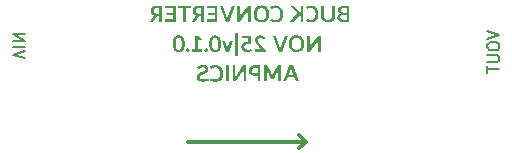
<source format=gbr>
%TF.GenerationSoftware,KiCad,Pcbnew,9.0.1*%
%TF.CreationDate,2025-11-29T01:29:33+04:00*%
%TF.ProjectId,BC-LM2596-ADJ,42432d4c-4d32-4353-9936-2d41444a2e6b,rev?*%
%TF.SameCoordinates,Original*%
%TF.FileFunction,Legend,Bot*%
%TF.FilePolarity,Positive*%
%FSLAX46Y46*%
G04 Gerber Fmt 4.6, Leading zero omitted, Abs format (unit mm)*
G04 Created by KiCad (PCBNEW 9.0.1) date 2025-11-29 01:29:33*
%MOMM*%
%LPD*%
G01*
G04 APERTURE LIST*
%ADD10C,0.300000*%
%ADD11C,0.100000*%
%ADD12C,0.200000*%
G04 APERTURE END LIST*
D10*
X115250000Y-87800000D02*
X115800000Y-88400000D01*
X105800000Y-88400000D02*
X115800000Y-88400000D01*
D11*
X115800000Y-88400000D02*
X115250000Y-87800000D01*
D10*
X115800000Y-88400000D02*
X115250000Y-88900000D01*
D12*
X92032780Y-81354135D02*
X91032780Y-81020802D01*
X91032780Y-81020802D02*
X92032780Y-80687469D01*
X91032780Y-80354135D02*
X92032780Y-80354135D01*
X91032780Y-79877945D02*
X92032780Y-79877945D01*
X92032780Y-79877945D02*
X91032780Y-79306517D01*
X91032780Y-79306517D02*
X92032780Y-79306517D01*
X131167219Y-79026816D02*
X132167219Y-79360149D01*
X132167219Y-79360149D02*
X131167219Y-79693482D01*
X131167219Y-80217292D02*
X131167219Y-80407768D01*
X131167219Y-80407768D02*
X131214838Y-80503006D01*
X131214838Y-80503006D02*
X131310076Y-80598244D01*
X131310076Y-80598244D02*
X131500552Y-80645863D01*
X131500552Y-80645863D02*
X131833885Y-80645863D01*
X131833885Y-80645863D02*
X132024361Y-80598244D01*
X132024361Y-80598244D02*
X132119600Y-80503006D01*
X132119600Y-80503006D02*
X132167219Y-80407768D01*
X132167219Y-80407768D02*
X132167219Y-80217292D01*
X132167219Y-80217292D02*
X132119600Y-80122054D01*
X132119600Y-80122054D02*
X132024361Y-80026816D01*
X132024361Y-80026816D02*
X131833885Y-79979197D01*
X131833885Y-79979197D02*
X131500552Y-79979197D01*
X131500552Y-79979197D02*
X131310076Y-80026816D01*
X131310076Y-80026816D02*
X131214838Y-80122054D01*
X131214838Y-80122054D02*
X131167219Y-80217292D01*
X131167219Y-81074435D02*
X131976742Y-81074435D01*
X131976742Y-81074435D02*
X132071980Y-81122054D01*
X132071980Y-81122054D02*
X132119600Y-81169673D01*
X132119600Y-81169673D02*
X132167219Y-81264911D01*
X132167219Y-81264911D02*
X132167219Y-81455387D01*
X132167219Y-81455387D02*
X132119600Y-81550625D01*
X132119600Y-81550625D02*
X132071980Y-81598244D01*
X132071980Y-81598244D02*
X131976742Y-81645863D01*
X131976742Y-81645863D02*
X131167219Y-81645863D01*
X131167219Y-81979197D02*
X131167219Y-82550625D01*
X132167219Y-82264911D02*
X131167219Y-82264911D01*
D10*
G36*
X119480442Y-78255000D02*
G01*
X118970463Y-78255000D01*
X118863456Y-78249096D01*
X118772629Y-78232530D01*
X118695598Y-78206639D01*
X118624264Y-78168756D01*
X118567932Y-78123531D01*
X118524506Y-78070810D01*
X118492877Y-78010248D01*
X118473512Y-77942391D01*
X118466804Y-77865554D01*
X118467650Y-77857219D01*
X118714466Y-77857219D01*
X118721560Y-77913610D01*
X118742057Y-77961468D01*
X118776381Y-78002849D01*
X118821407Y-78032273D01*
X118886586Y-78052201D01*
X118978889Y-78059819D01*
X119241206Y-78059819D01*
X119241206Y-77650407D01*
X118974676Y-77650407D01*
X118889586Y-77657636D01*
X118826251Y-77677007D01*
X118779587Y-77706369D01*
X118743720Y-77747469D01*
X118722064Y-77796895D01*
X118714466Y-77857219D01*
X118467650Y-77857219D01*
X118473914Y-77795475D01*
X118495197Y-77728717D01*
X118531211Y-77667746D01*
X118585414Y-77611847D01*
X118653617Y-77568266D01*
X118741760Y-77537109D01*
X118669912Y-77504959D01*
X118614895Y-77466214D01*
X118573873Y-77421063D01*
X118543559Y-77367967D01*
X118525442Y-77310869D01*
X118521166Y-77267556D01*
X118762734Y-77267556D01*
X118771531Y-77333165D01*
X118795765Y-77381796D01*
X118835183Y-77417766D01*
X118885461Y-77442198D01*
X118947812Y-77457950D01*
X119025051Y-77463653D01*
X119241206Y-77463653D01*
X119241206Y-77088129D01*
X118995650Y-77088129D01*
X118922995Y-77094327D01*
X118866856Y-77111208D01*
X118823642Y-77137222D01*
X118789788Y-77173506D01*
X118769700Y-77216244D01*
X118762734Y-77267556D01*
X118521166Y-77267556D01*
X118519285Y-77248505D01*
X118525663Y-77180542D01*
X118544224Y-77119695D01*
X118574881Y-77064499D01*
X118616347Y-77016572D01*
X118669904Y-76975097D01*
X118737547Y-76940027D01*
X118810236Y-76915925D01*
X118895557Y-76900531D01*
X118995650Y-76895055D01*
X119480442Y-76895055D01*
X119480442Y-78255000D01*
G37*
G36*
X117673625Y-78284309D02*
G01*
X117801931Y-78275075D01*
X117908757Y-78249235D01*
X117997857Y-78208654D01*
X118077093Y-78151584D01*
X118139883Y-78083645D01*
X118187817Y-78003765D01*
X118220979Y-77915643D01*
X118241512Y-77817768D01*
X118248634Y-77708476D01*
X118248634Y-76895055D01*
X118009398Y-76895055D01*
X118009398Y-77668725D01*
X118003453Y-77767816D01*
X117986946Y-77849672D01*
X117961390Y-77917120D01*
X117927607Y-77972533D01*
X117882802Y-78017846D01*
X117825252Y-78051343D01*
X117752016Y-78072930D01*
X117658970Y-78080793D01*
X117566684Y-78072202D01*
X117493238Y-78048418D01*
X117434611Y-78010957D01*
X117388144Y-77959268D01*
X117352872Y-77890822D01*
X117329658Y-77801421D01*
X117321091Y-77685578D01*
X117321091Y-76895055D01*
X117081855Y-76895055D01*
X117081855Y-77702156D01*
X117091455Y-77836286D01*
X117118086Y-77945834D01*
X117159524Y-78035273D01*
X117217929Y-78114400D01*
X117287483Y-78176930D01*
X117369359Y-78224408D01*
X117459319Y-78256970D01*
X117560143Y-78277246D01*
X117673625Y-78284309D01*
G37*
G36*
X116223189Y-78284309D02*
G01*
X116334308Y-78278205D01*
X116430553Y-78260918D01*
X116513976Y-78233630D01*
X116586347Y-78197022D01*
X116673037Y-78130989D01*
X116742561Y-78049894D01*
X116796182Y-77951833D01*
X116832438Y-77844547D01*
X116855285Y-77721877D01*
X116863319Y-77581347D01*
X116857113Y-77453099D01*
X116839654Y-77343193D01*
X116812366Y-77249161D01*
X116776216Y-77168821D01*
X116710172Y-77069821D01*
X116633823Y-76993627D01*
X116546414Y-76937370D01*
X116449037Y-76897972D01*
X116343917Y-76873965D01*
X116229509Y-76865746D01*
X116104648Y-76873876D01*
X115993478Y-76897254D01*
X115887475Y-76935706D01*
X115782544Y-76989577D01*
X115879081Y-77167814D01*
X115991367Y-77112280D01*
X116103425Y-77079938D01*
X116216961Y-77069262D01*
X116317177Y-77078498D01*
X116397968Y-77104206D01*
X116463344Y-77144853D01*
X116516005Y-77200969D01*
X116555361Y-77268144D01*
X116585200Y-77349853D01*
X116604494Y-77448926D01*
X116611443Y-77568708D01*
X116603847Y-77691294D01*
X116582735Y-77792595D01*
X116549991Y-77876142D01*
X116506571Y-77944872D01*
X116449354Y-78002602D01*
X116381504Y-78043898D01*
X116300890Y-78069597D01*
X116204321Y-78078687D01*
X116107010Y-78071787D01*
X116025993Y-78052492D01*
X115948780Y-78021481D01*
X115866442Y-77978028D01*
X115772011Y-78150036D01*
X115885872Y-78209877D01*
X115991372Y-78250786D01*
X116100531Y-78275668D01*
X116223189Y-78284309D01*
G37*
G36*
X115074454Y-77541505D02*
G01*
X114472151Y-78240345D01*
X114472151Y-78255000D01*
X114763868Y-78255000D01*
X115343090Y-77568708D01*
X115343090Y-78255000D01*
X115582326Y-78255000D01*
X115582326Y-76895055D01*
X115343090Y-76895055D01*
X115343090Y-77535185D01*
X114770188Y-76895055D01*
X114499445Y-76895055D01*
X114499445Y-76909710D01*
X115074454Y-77541505D01*
G37*
G36*
X113236587Y-78284309D02*
G01*
X113347706Y-78278205D01*
X113443952Y-78260918D01*
X113527374Y-78233630D01*
X113599746Y-78197022D01*
X113686435Y-78130989D01*
X113755960Y-78049894D01*
X113809581Y-77951833D01*
X113845837Y-77844547D01*
X113868684Y-77721877D01*
X113876717Y-77581347D01*
X113870511Y-77453099D01*
X113853052Y-77343193D01*
X113825764Y-77249161D01*
X113789614Y-77168821D01*
X113723571Y-77069821D01*
X113647221Y-76993627D01*
X113559812Y-76937370D01*
X113462436Y-76897972D01*
X113357316Y-76873965D01*
X113242907Y-76865746D01*
X113118047Y-76873876D01*
X113006877Y-76897254D01*
X112900873Y-76935706D01*
X112795943Y-76989577D01*
X112892480Y-77167814D01*
X113004765Y-77112280D01*
X113116823Y-77079938D01*
X113230359Y-77069262D01*
X113330575Y-77078498D01*
X113411366Y-77104206D01*
X113476742Y-77144853D01*
X113529404Y-77200969D01*
X113568760Y-77268144D01*
X113598598Y-77349853D01*
X113617893Y-77448926D01*
X113624842Y-77568708D01*
X113617246Y-77691294D01*
X113596134Y-77792595D01*
X113563389Y-77876142D01*
X113519970Y-77944872D01*
X113462752Y-78002602D01*
X113394903Y-78043898D01*
X113314288Y-78069597D01*
X113217719Y-78078687D01*
X113120408Y-78071787D01*
X113039392Y-78052492D01*
X112962179Y-78021481D01*
X112879840Y-77978028D01*
X112785410Y-78150036D01*
X112899270Y-78209877D01*
X113004770Y-78250786D01*
X113113929Y-78275668D01*
X113236587Y-78284309D01*
G37*
G36*
X112155356Y-76874451D02*
G01*
X112266734Y-76899873D01*
X112369861Y-76941584D01*
X112462992Y-77000649D01*
X112543102Y-77078134D01*
X112611203Y-77176240D01*
X112649160Y-77256514D01*
X112677371Y-77347881D01*
X112695167Y-77452010D01*
X112701421Y-77570814D01*
X112692609Y-77710969D01*
X112667377Y-77834715D01*
X112626957Y-77944414D01*
X112568667Y-78044569D01*
X112495230Y-78127461D01*
X112405490Y-78194916D01*
X112303983Y-78243351D01*
X112186203Y-78273642D01*
X112048743Y-78284309D01*
X111927481Y-78275597D01*
X111816485Y-78250190D01*
X111714069Y-78208563D01*
X111621563Y-78149512D01*
X111541774Y-78072036D01*
X111473734Y-77973907D01*
X111435775Y-77893587D01*
X111407563Y-77802187D01*
X111389769Y-77698041D01*
X111383628Y-77581347D01*
X111631179Y-77581347D01*
X111636711Y-77681699D01*
X111652433Y-77769260D01*
X111677341Y-77845771D01*
X111714093Y-77916378D01*
X111760781Y-77974524D01*
X111817933Y-78021717D01*
X111883566Y-78056050D01*
X111959717Y-78077408D01*
X112048743Y-78084915D01*
X112146108Y-78075473D01*
X112226874Y-78048818D01*
X112294434Y-78005963D01*
X112350993Y-77945880D01*
X112393801Y-77874648D01*
X112425890Y-77789808D01*
X112446424Y-77688834D01*
X112453758Y-77568708D01*
X112448226Y-77468356D01*
X112432505Y-77380795D01*
X112407596Y-77304284D01*
X112370844Y-77233677D01*
X112324157Y-77175531D01*
X112267004Y-77128338D01*
X112201342Y-77094080D01*
X112124536Y-77072686D01*
X112034088Y-77065140D01*
X111946595Y-77072809D01*
X111872620Y-77094549D01*
X111809598Y-77129437D01*
X111755312Y-77177144D01*
X111710619Y-77236598D01*
X111675234Y-77309596D01*
X111651505Y-77388042D01*
X111636477Y-77478043D01*
X111631179Y-77581347D01*
X111383628Y-77581347D01*
X111383517Y-77579241D01*
X111392216Y-77439036D01*
X111417114Y-77315286D01*
X111456973Y-77205641D01*
X111514627Y-77105524D01*
X111587686Y-77022669D01*
X111677341Y-76955231D01*
X111778853Y-76906744D01*
X111896633Y-76876423D01*
X112034088Y-76865746D01*
X112155356Y-76874451D01*
G37*
G36*
X109976861Y-76895055D02*
G01*
X109976861Y-78255000D01*
X110239178Y-78255000D01*
X110761797Y-77482704D01*
X110802738Y-77420788D01*
X110857326Y-77334692D01*
X110900282Y-77251803D01*
X110900282Y-78255000D01*
X111133198Y-78255000D01*
X111133198Y-76895055D01*
X110877201Y-76895055D01*
X110329487Y-77705087D01*
X110291751Y-77760774D01*
X110243483Y-77836245D01*
X110207762Y-77904480D01*
X110207762Y-76895055D01*
X109976861Y-76895055D01*
G37*
G36*
X108750731Y-76895055D02*
G01*
X108507282Y-76895055D01*
X108507282Y-76909710D01*
X109006728Y-78255000D01*
X109283700Y-78255000D01*
X109783146Y-76909710D01*
X109783146Y-76895055D01*
X109531362Y-76895055D01*
X109141001Y-78017870D01*
X108750731Y-76895055D01*
G37*
G36*
X108074423Y-78055606D02*
G01*
X107425958Y-78055606D01*
X107425958Y-78255000D01*
X108313659Y-78255000D01*
X108313659Y-76895055D01*
X107436491Y-76895055D01*
X107436491Y-77092342D01*
X108074423Y-77092342D01*
X108074423Y-77463653D01*
X107520389Y-77463653D01*
X107547683Y-77656727D01*
X108074423Y-77656727D01*
X108074423Y-78055606D01*
G37*
G36*
X107166206Y-78255000D02*
G01*
X106926970Y-78255000D01*
X106926970Y-77740441D01*
X106763297Y-77740441D01*
X106396017Y-78255000D01*
X106125274Y-78255000D01*
X106125274Y-78240253D01*
X106513528Y-77711040D01*
X106418145Y-77673174D01*
X106342606Y-77622512D01*
X106283726Y-77558999D01*
X106240354Y-77483648D01*
X106214089Y-77400103D01*
X106205860Y-77314634D01*
X106452712Y-77314634D01*
X106461841Y-77389302D01*
X106487215Y-77447017D01*
X106528274Y-77491863D01*
X106581931Y-77523301D01*
X106653027Y-77543937D01*
X106746536Y-77551580D01*
X106926970Y-77551580D01*
X106926970Y-77092342D01*
X106719242Y-77092342D01*
X106634136Y-77099572D01*
X106569581Y-77119102D01*
X106520947Y-77148946D01*
X106483930Y-77191076D01*
X106460974Y-77245069D01*
X106452712Y-77314634D01*
X106205860Y-77314634D01*
X106205049Y-77306208D01*
X106211736Y-77226792D01*
X106231095Y-77156000D01*
X106262752Y-77092251D01*
X106306447Y-77036250D01*
X106363150Y-76988102D01*
X106434851Y-76947537D01*
X106512868Y-76919506D01*
X106606030Y-76901501D01*
X106717135Y-76895055D01*
X107166206Y-76895055D01*
X107166206Y-78255000D01*
G37*
G36*
X104964906Y-76895055D02*
G01*
X104964906Y-77100677D01*
X105414069Y-77100677D01*
X105414069Y-78255000D01*
X105653305Y-78255000D01*
X105653305Y-77100677D01*
X106108604Y-77100677D01*
X106108604Y-76895055D01*
X104964906Y-76895055D01*
G37*
G36*
X104530948Y-78055606D02*
G01*
X103882483Y-78055606D01*
X103882483Y-78255000D01*
X104770184Y-78255000D01*
X104770184Y-76895055D01*
X103893016Y-76895055D01*
X103893016Y-77092342D01*
X104530948Y-77092342D01*
X104530948Y-77463653D01*
X103976913Y-77463653D01*
X104004208Y-77656727D01*
X104530948Y-77656727D01*
X104530948Y-78055606D01*
G37*
G36*
X103622731Y-78255000D02*
G01*
X103383495Y-78255000D01*
X103383495Y-77740441D01*
X103219822Y-77740441D01*
X102852541Y-78255000D01*
X102581798Y-78255000D01*
X102581798Y-78240253D01*
X102970053Y-77711040D01*
X102874670Y-77673174D01*
X102799131Y-77622512D01*
X102740251Y-77558999D01*
X102696879Y-77483648D01*
X102670614Y-77400103D01*
X102662385Y-77314634D01*
X102909236Y-77314634D01*
X102918366Y-77389302D01*
X102943739Y-77447017D01*
X102984799Y-77491863D01*
X103038456Y-77523301D01*
X103109552Y-77543937D01*
X103203060Y-77551580D01*
X103383495Y-77551580D01*
X103383495Y-77092342D01*
X103175766Y-77092342D01*
X103090661Y-77099572D01*
X103026105Y-77119102D01*
X102977472Y-77148946D01*
X102940455Y-77191076D01*
X102917499Y-77245069D01*
X102909236Y-77314634D01*
X102662385Y-77314634D01*
X102661574Y-77306208D01*
X102668261Y-77226792D01*
X102687620Y-77156000D01*
X102719276Y-77092251D01*
X102762972Y-77036250D01*
X102819674Y-76988102D01*
X102891376Y-76947537D01*
X102969393Y-76919506D01*
X103062554Y-76901501D01*
X103173660Y-76895055D01*
X103622731Y-76895055D01*
X103622731Y-78255000D01*
G37*
G36*
X115917092Y-79415055D02*
G01*
X115917092Y-80775000D01*
X116179408Y-80775000D01*
X116702027Y-80002704D01*
X116742968Y-79940788D01*
X116797557Y-79854692D01*
X116840513Y-79771803D01*
X116840513Y-80775000D01*
X117073429Y-80775000D01*
X117073429Y-79415055D01*
X116817432Y-79415055D01*
X116269717Y-80225087D01*
X116231982Y-80280774D01*
X116183713Y-80356245D01*
X116147993Y-80424480D01*
X116147993Y-79415055D01*
X115917092Y-79415055D01*
G37*
G36*
X115120709Y-79394451D02*
G01*
X115232086Y-79419873D01*
X115335214Y-79461584D01*
X115428345Y-79520649D01*
X115508455Y-79598134D01*
X115576556Y-79696240D01*
X115614513Y-79776514D01*
X115642724Y-79867881D01*
X115660520Y-79972010D01*
X115666773Y-80090814D01*
X115657961Y-80230969D01*
X115632730Y-80354715D01*
X115592310Y-80464414D01*
X115534020Y-80564569D01*
X115460582Y-80647461D01*
X115370842Y-80714916D01*
X115269336Y-80763351D01*
X115151556Y-80793642D01*
X115014095Y-80804309D01*
X114892834Y-80795597D01*
X114781838Y-80770190D01*
X114679422Y-80728563D01*
X114586916Y-80669512D01*
X114507126Y-80592036D01*
X114439087Y-80493907D01*
X114401127Y-80413587D01*
X114372916Y-80322187D01*
X114355122Y-80218041D01*
X114348980Y-80101347D01*
X114596532Y-80101347D01*
X114602064Y-80201699D01*
X114617785Y-80289260D01*
X114642694Y-80365771D01*
X114679446Y-80436378D01*
X114726133Y-80494524D01*
X114783286Y-80541717D01*
X114848918Y-80576050D01*
X114925069Y-80597408D01*
X115014095Y-80604915D01*
X115111461Y-80595473D01*
X115192227Y-80568818D01*
X115259787Y-80525963D01*
X115316346Y-80465880D01*
X115359154Y-80394648D01*
X115391243Y-80309808D01*
X115411777Y-80208834D01*
X115419111Y-80088708D01*
X115413579Y-79988356D01*
X115397857Y-79900795D01*
X115372949Y-79824284D01*
X115336197Y-79753677D01*
X115289509Y-79695531D01*
X115232357Y-79648338D01*
X115166695Y-79614080D01*
X115089889Y-79592686D01*
X114999441Y-79585140D01*
X114911948Y-79592809D01*
X114837972Y-79614549D01*
X114774951Y-79649437D01*
X114720665Y-79697144D01*
X114675971Y-79756598D01*
X114640587Y-79829596D01*
X114616857Y-79908042D01*
X114601830Y-79998043D01*
X114596532Y-80101347D01*
X114348980Y-80101347D01*
X114348869Y-80099241D01*
X114357568Y-79959036D01*
X114382467Y-79835286D01*
X114422325Y-79725641D01*
X114479980Y-79625524D01*
X114553039Y-79542669D01*
X114642694Y-79475231D01*
X114744206Y-79426744D01*
X114861986Y-79396423D01*
X114999441Y-79385746D01*
X115120709Y-79394451D01*
G37*
G36*
X113248952Y-79415055D02*
G01*
X113005503Y-79415055D01*
X113005503Y-79429710D01*
X113504949Y-80775000D01*
X113781921Y-80775000D01*
X114281367Y-79429710D01*
X114281367Y-79415055D01*
X114029583Y-79415055D01*
X113639222Y-80537870D01*
X113248952Y-79415055D01*
G37*
G36*
X111488664Y-80577712D02*
G01*
X111488664Y-80775000D01*
X112393125Y-80775000D01*
X112393125Y-80663900D01*
X111994429Y-80251099D01*
X111875567Y-80110851D01*
X111802363Y-80004902D01*
X111766523Y-79933727D01*
X111746689Y-79869610D01*
X111740447Y-79811004D01*
X111747210Y-79744694D01*
X111765790Y-79693455D01*
X111795036Y-79653833D01*
X111834611Y-79624556D01*
X111885274Y-79606046D01*
X111950282Y-79599337D01*
X112025282Y-79607123D01*
X112102516Y-79631216D01*
X112183433Y-79673623D01*
X112269294Y-79737456D01*
X112393125Y-79587704D01*
X112290310Y-79506544D01*
X112174864Y-79444364D01*
X112092379Y-79415006D01*
X112008000Y-79397480D01*
X111920973Y-79391608D01*
X111840780Y-79396729D01*
X111768047Y-79411572D01*
X111701704Y-79435663D01*
X111640780Y-79470108D01*
X111590070Y-79513558D01*
X111548472Y-79566639D01*
X111518118Y-79626802D01*
X111499398Y-79694999D01*
X111492877Y-79772993D01*
X111498504Y-79848788D01*
X111515493Y-79924012D01*
X111544351Y-79999406D01*
X111607306Y-80110332D01*
X111709032Y-80244504D01*
X111835544Y-80385001D01*
X112025845Y-80577712D01*
X111488664Y-80577712D01*
G37*
G36*
X110804936Y-79925034D02*
G01*
X110707941Y-79930981D01*
X110624703Y-79947784D01*
X110553152Y-79974310D01*
X110487905Y-80012658D01*
X110434840Y-80060250D01*
X110392593Y-80117742D01*
X110362489Y-80182743D01*
X110343637Y-80258117D01*
X110336997Y-80345987D01*
X110343210Y-80431235D01*
X110361203Y-80507957D01*
X110390487Y-80577529D01*
X110432177Y-80639576D01*
X110487835Y-80693165D01*
X110559472Y-80738821D01*
X110638653Y-80770539D01*
X110735360Y-80791046D01*
X110853205Y-80798447D01*
X110989764Y-80788912D01*
X111117252Y-80760888D01*
X111237246Y-80714641D01*
X111155364Y-80538695D01*
X111057242Y-80575037D01*
X110961014Y-80596280D01*
X110865753Y-80603266D01*
X110776006Y-80594607D01*
X110706293Y-80570843D01*
X110648618Y-80532323D01*
X110609756Y-80485114D01*
X110586278Y-80428977D01*
X110578248Y-80364855D01*
X110585569Y-80287351D01*
X110605542Y-80227834D01*
X110642046Y-80179603D01*
X110702079Y-80141098D01*
X110778530Y-80118548D01*
X110893047Y-80109682D01*
X111000117Y-80116002D01*
X111073481Y-80130656D01*
X111155364Y-80057200D01*
X111155364Y-79415055D01*
X110378946Y-79415055D01*
X110404134Y-79610236D01*
X110920341Y-79610236D01*
X110920341Y-79935476D01*
X110804936Y-79925034D01*
G37*
G36*
X110043540Y-81167742D02*
G01*
X110043540Y-79192306D01*
X109829491Y-79192306D01*
X109829491Y-81167742D01*
X110043540Y-81167742D01*
G37*
G36*
X108695136Y-79842969D02*
G01*
X108695136Y-79855608D01*
X109056096Y-80775000D01*
X109274358Y-80775000D01*
X109643653Y-79855608D01*
X109643653Y-79842969D01*
X109398097Y-79842969D01*
X109203008Y-80396270D01*
X109158862Y-80547762D01*
X109144299Y-80491983D01*
X109116913Y-80396270D01*
X108940692Y-79842969D01*
X108695136Y-79842969D01*
G37*
G36*
X108190683Y-79392935D02*
G01*
X108273888Y-79414260D01*
X108353593Y-79449952D01*
X108423612Y-79500465D01*
X108487559Y-79573276D01*
X108545568Y-79673067D01*
X108585154Y-79781799D01*
X108611445Y-79920892D01*
X108621130Y-80097134D01*
X108611555Y-80276202D01*
X108585355Y-80420061D01*
X108545585Y-80534748D01*
X108494185Y-80625431D01*
X108438869Y-80689949D01*
X108376063Y-80739234D01*
X108304822Y-80774688D01*
X108223529Y-80796639D01*
X108130019Y-80804309D01*
X108039296Y-80797235D01*
X107955464Y-80776488D01*
X107877228Y-80742210D01*
X107808487Y-80693118D01*
X107745579Y-80621742D01*
X107688367Y-80523307D01*
X107649443Y-80415976D01*
X107623438Y-80277046D01*
X107613812Y-80099241D01*
X107613924Y-80097134D01*
X107857261Y-80097134D01*
X107865250Y-80271441D01*
X107885654Y-80392149D01*
X107909705Y-80464304D01*
X107938627Y-80517024D01*
X107971658Y-80554357D01*
X108012738Y-80581838D01*
X108062018Y-80598879D01*
X108121684Y-80604915D01*
X108183958Y-80596988D01*
X108235616Y-80574271D01*
X108279197Y-80536421D01*
X108315766Y-80480626D01*
X108347097Y-80394841D01*
X108369164Y-80270852D01*
X108377681Y-80097134D01*
X108368520Y-79919223D01*
X108344935Y-79794260D01*
X108311644Y-79709429D01*
X108273236Y-79654794D01*
X108227992Y-79617510D01*
X108174782Y-79595070D01*
X108111151Y-79587247D01*
X108051312Y-79595194D01*
X108000871Y-79618185D01*
X107957488Y-79656949D01*
X107920276Y-79714741D01*
X107888177Y-79802557D01*
X107865819Y-79926566D01*
X107857261Y-80097134D01*
X107613924Y-80097134D01*
X107623490Y-79917925D01*
X107649948Y-79772547D01*
X107690065Y-79656915D01*
X107741856Y-79565723D01*
X107797675Y-79500511D01*
X107860493Y-79450878D01*
X107931184Y-79415316D01*
X108011273Y-79393384D01*
X108102817Y-79385746D01*
X108190683Y-79392935D01*
G37*
G36*
X107345633Y-80798447D02*
G01*
X107384161Y-80793480D01*
X107420097Y-80778572D01*
X107451131Y-80755209D01*
X107474685Y-80725174D01*
X107489567Y-80690184D01*
X107494560Y-80651901D01*
X107489567Y-80613618D01*
X107474685Y-80578628D01*
X107451131Y-80548593D01*
X107420097Y-80525231D01*
X107384161Y-80510322D01*
X107345633Y-80505355D01*
X107307026Y-80510325D01*
X107271078Y-80525231D01*
X107240063Y-80548597D01*
X107216581Y-80578628D01*
X107201629Y-80613624D01*
X107196614Y-80651901D01*
X107201629Y-80690179D01*
X107216581Y-80725174D01*
X107240063Y-80755205D01*
X107271078Y-80778572D01*
X107307026Y-80793478D01*
X107345633Y-80798447D01*
G37*
G36*
X106404352Y-80577712D02*
G01*
X106131502Y-80577712D01*
X106131502Y-80775000D01*
X106987695Y-80775000D01*
X106987695Y-80577712D01*
X106639374Y-80577712D01*
X106639374Y-79665465D01*
X106924772Y-79813660D01*
X107017096Y-79678013D01*
X106639374Y-79415055D01*
X106404352Y-79415055D01*
X106404352Y-80577712D01*
G37*
G36*
X105802507Y-80798447D02*
G01*
X105841035Y-80793480D01*
X105876970Y-80778572D01*
X105908005Y-80755209D01*
X105931559Y-80725174D01*
X105946441Y-80690184D01*
X105951434Y-80651901D01*
X105946441Y-80613618D01*
X105931559Y-80578628D01*
X105908005Y-80548593D01*
X105876970Y-80525231D01*
X105841035Y-80510322D01*
X105802507Y-80505355D01*
X105763900Y-80510325D01*
X105727952Y-80525231D01*
X105696936Y-80548597D01*
X105673455Y-80578628D01*
X105658503Y-80613624D01*
X105653488Y-80651901D01*
X105658503Y-80690179D01*
X105673455Y-80725174D01*
X105696936Y-80755205D01*
X105727952Y-80778572D01*
X105763900Y-80793478D01*
X105802507Y-80798447D01*
G37*
G36*
X105104430Y-79392935D02*
G01*
X105187635Y-79414260D01*
X105267340Y-79449952D01*
X105337359Y-79500465D01*
X105401306Y-79573276D01*
X105459315Y-79673067D01*
X105498902Y-79781799D01*
X105525193Y-79920892D01*
X105534878Y-80097134D01*
X105525302Y-80276202D01*
X105499102Y-80420061D01*
X105459333Y-80534748D01*
X105407933Y-80625431D01*
X105352616Y-80689949D01*
X105289811Y-80739234D01*
X105218569Y-80774688D01*
X105137277Y-80796639D01*
X105043766Y-80804309D01*
X104953043Y-80797235D01*
X104869212Y-80776488D01*
X104790975Y-80742210D01*
X104722234Y-80693118D01*
X104659327Y-80621742D01*
X104602114Y-80523307D01*
X104563190Y-80415976D01*
X104537185Y-80277046D01*
X104527559Y-80099241D01*
X104527671Y-80097134D01*
X104771008Y-80097134D01*
X104778997Y-80271441D01*
X104799401Y-80392149D01*
X104823452Y-80464304D01*
X104852375Y-80517024D01*
X104885405Y-80554357D01*
X104926485Y-80581838D01*
X104975765Y-80598879D01*
X105035432Y-80604915D01*
X105097706Y-80596988D01*
X105149363Y-80574271D01*
X105192944Y-80536421D01*
X105229513Y-80480626D01*
X105260845Y-80394841D01*
X105282911Y-80270852D01*
X105291429Y-80097134D01*
X105282267Y-79919223D01*
X105258683Y-79794260D01*
X105225392Y-79709429D01*
X105186983Y-79654794D01*
X105141739Y-79617510D01*
X105088529Y-79595070D01*
X105024899Y-79587247D01*
X104965059Y-79595194D01*
X104914618Y-79618185D01*
X104871235Y-79656949D01*
X104834023Y-79714741D01*
X104801925Y-79802557D01*
X104779566Y-79926566D01*
X104771008Y-80097134D01*
X104527671Y-80097134D01*
X104537238Y-79917925D01*
X104563695Y-79772547D01*
X104603812Y-79656915D01*
X104655603Y-79565723D01*
X104711422Y-79500511D01*
X104774240Y-79450878D01*
X104844932Y-79415316D01*
X104925021Y-79393384D01*
X105016564Y-79385746D01*
X105104430Y-79392935D01*
G37*
G36*
X115176761Y-83280345D02*
G01*
X115176761Y-83295000D01*
X114931206Y-83295000D01*
X114805359Y-82931200D01*
X114259751Y-82931200D01*
X114131707Y-83295000D01*
X113879923Y-83295000D01*
X113879923Y-83280345D01*
X114082074Y-82738126D01*
X114328994Y-82738126D01*
X114738223Y-82738126D01*
X114534616Y-82156706D01*
X114328994Y-82738126D01*
X114082074Y-82738126D01*
X114381476Y-81935055D01*
X114677315Y-81935055D01*
X115176761Y-83280345D01*
G37*
G36*
X112265997Y-81935055D02*
G01*
X112265997Y-83295000D01*
X112501020Y-83295000D01*
X112501020Y-82339430D01*
X112539868Y-82433580D01*
X112587024Y-82532137D01*
X112874528Y-83095697D01*
X113080242Y-83095697D01*
X113363533Y-82532137D01*
X113455857Y-82335217D01*
X113455857Y-83295000D01*
X113686758Y-83295000D01*
X113686758Y-81935055D01*
X113428654Y-81935055D01*
X113120175Y-82532137D01*
X113024443Y-82732645D01*
X112975370Y-82856828D01*
X112924258Y-82725196D01*
X112830564Y-82532137D01*
X112519979Y-81935055D01*
X112265997Y-81935055D01*
G37*
G36*
X111942864Y-83295000D02*
G01*
X111703628Y-83295000D01*
X111703628Y-82812315D01*
X111491686Y-82812315D01*
X111378148Y-82805078D01*
X111281814Y-82784718D01*
X111199969Y-82752689D01*
X111125422Y-82706940D01*
X111066635Y-82652990D01*
X111021641Y-82590389D01*
X110989311Y-82519938D01*
X110969608Y-82442957D01*
X110963503Y-82366358D01*
X111210410Y-82366358D01*
X111219084Y-82443474D01*
X111243018Y-82502884D01*
X111281213Y-82548817D01*
X111335579Y-82583428D01*
X111410583Y-82606406D01*
X111512661Y-82615027D01*
X111703628Y-82615027D01*
X111703628Y-82132342D01*
X111483260Y-82132342D01*
X111395497Y-82139954D01*
X111329269Y-82160491D01*
X111279653Y-82191877D01*
X111242222Y-82235992D01*
X111218854Y-82292835D01*
X111210410Y-82366358D01*
X110963503Y-82366358D01*
X110962839Y-82358023D01*
X110969546Y-82275874D01*
X110988931Y-82202772D01*
X111020542Y-82137105D01*
X111064458Y-82079286D01*
X111121531Y-82029851D01*
X111193740Y-81988453D01*
X111272475Y-81959940D01*
X111366620Y-81941618D01*
X111479047Y-81935055D01*
X111942864Y-81935055D01*
X111942864Y-83295000D01*
G37*
G36*
X109592179Y-81935055D02*
G01*
X109592179Y-83295000D01*
X109854496Y-83295000D01*
X110377114Y-82522704D01*
X110418056Y-82460788D01*
X110472644Y-82374692D01*
X110515600Y-82291803D01*
X110515600Y-83295000D01*
X110748516Y-83295000D01*
X110748516Y-81935055D01*
X110492519Y-81935055D01*
X109944805Y-82745087D01*
X109907069Y-82800774D01*
X109858801Y-82876245D01*
X109823080Y-82944480D01*
X109823080Y-81935055D01*
X109592179Y-81935055D01*
G37*
G36*
X109268405Y-83295000D02*
G01*
X109268405Y-81935055D01*
X109029169Y-81935055D01*
X109029169Y-83295000D01*
X109268405Y-83295000D01*
G37*
G36*
X108137530Y-83324309D02*
G01*
X108248649Y-83318205D01*
X108344894Y-83300918D01*
X108428317Y-83273630D01*
X108500688Y-83237022D01*
X108587378Y-83170989D01*
X108656902Y-83089894D01*
X108710523Y-82991833D01*
X108746779Y-82884547D01*
X108769626Y-82761877D01*
X108777660Y-82621347D01*
X108771454Y-82493099D01*
X108753995Y-82383193D01*
X108726707Y-82289161D01*
X108690557Y-82208821D01*
X108624513Y-82109821D01*
X108548164Y-82033627D01*
X108460755Y-81977370D01*
X108363378Y-81937972D01*
X108258258Y-81913965D01*
X108143849Y-81905746D01*
X108018989Y-81913876D01*
X107907819Y-81937254D01*
X107801816Y-81975706D01*
X107696885Y-82029577D01*
X107793422Y-82207814D01*
X107905708Y-82152280D01*
X108017766Y-82119938D01*
X108131301Y-82109262D01*
X108231518Y-82118498D01*
X108312308Y-82144206D01*
X108377685Y-82184853D01*
X108430346Y-82240969D01*
X108469702Y-82308144D01*
X108499541Y-82389853D01*
X108518835Y-82488926D01*
X108525784Y-82608708D01*
X108518188Y-82731294D01*
X108497076Y-82832595D01*
X108464332Y-82916142D01*
X108420912Y-82984872D01*
X108363695Y-83042602D01*
X108295845Y-83083898D01*
X108215231Y-83109597D01*
X108118662Y-83118687D01*
X108021350Y-83111787D01*
X107940334Y-83092492D01*
X107863121Y-83061481D01*
X107780782Y-83018028D01*
X107686352Y-83190036D01*
X107800213Y-83249877D01*
X107905713Y-83290786D01*
X108014872Y-83315668D01*
X108137530Y-83324309D01*
G37*
G36*
X107095773Y-83324309D02*
G01*
X107198692Y-83319416D01*
X107292830Y-83305240D01*
X107379156Y-83282360D01*
X107500892Y-83231361D01*
X107605752Y-83164757D01*
X107494560Y-82996962D01*
X107399303Y-83053744D01*
X107301486Y-83092400D01*
X107201272Y-83115452D01*
X107108412Y-83122808D01*
X107016801Y-83116611D01*
X106947784Y-83100052D01*
X106896471Y-83075364D01*
X106855829Y-83038678D01*
X106831578Y-82992298D01*
X106823015Y-82933032D01*
X106829677Y-82879473D01*
X106848202Y-82838143D01*
X106880031Y-82803612D01*
X106934298Y-82768534D01*
X107002488Y-82736878D01*
X107110519Y-82694712D01*
X107150361Y-82679965D01*
X107277258Y-82627872D01*
X107365509Y-82583245D01*
X107438959Y-82529576D01*
X107496667Y-82462254D01*
X107523842Y-82410207D01*
X107540958Y-82348193D01*
X107547042Y-82273942D01*
X107539073Y-82195056D01*
X107516235Y-82127482D01*
X107478898Y-82068870D01*
X107429419Y-82018693D01*
X107370731Y-81977751D01*
X107301578Y-81945771D01*
X107189627Y-81915906D01*
X107068570Y-81905746D01*
X106942575Y-81914769D01*
X106823452Y-81941441D01*
X106709822Y-81985750D01*
X106600540Y-82048445D01*
X106709625Y-82216331D01*
X106804065Y-82164112D01*
X106887037Y-82130327D01*
X106972750Y-82110103D01*
X107070677Y-82103033D01*
X107141050Y-82108210D01*
X107196749Y-82122381D01*
X107240670Y-82144158D01*
X107275571Y-82175836D01*
X107296305Y-82215393D01*
X107303593Y-82265424D01*
X107297674Y-82307340D01*
X107280512Y-82342452D01*
X107251571Y-82372833D01*
X107200828Y-82406841D01*
X107137523Y-82437656D01*
X107039170Y-82476359D01*
X106997221Y-82491105D01*
X106868031Y-82541190D01*
X106776853Y-82584711D01*
X106699602Y-82638540D01*
X106634154Y-82711015D01*
X106602508Y-82767765D01*
X106582504Y-82836558D01*
X106575352Y-82920300D01*
X106583118Y-83005168D01*
X106605356Y-83078426D01*
X106641481Y-83142317D01*
X106690344Y-83197469D01*
X106750633Y-83242948D01*
X106824022Y-83279063D01*
X106902946Y-83303481D01*
X106992971Y-83318891D01*
X107095773Y-83324309D01*
G37*
M02*

</source>
